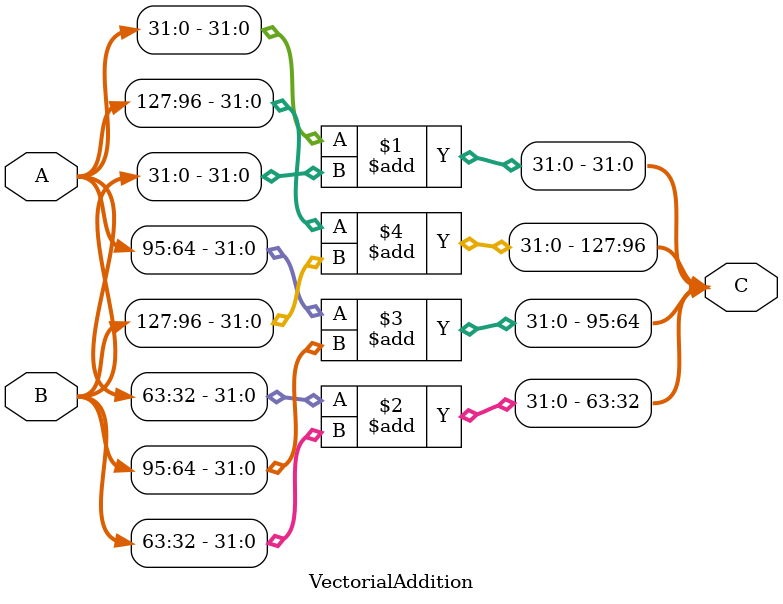
<source format=sv>
module VectorialAddition #(parameter N = 128) (input logic [N-1:0] A, B,
															  output logic [N-1:0] C);
	
		
	assign C[31:0] = A[31:0] + B[31:0];
	assign C[63:32] = A[63:32] + B[63:32];
	assign C[95:64] = A[95:64] + B[95:64];
	assign C[127:96] = A[127:96] + B[127:96];

endmodule


</source>
